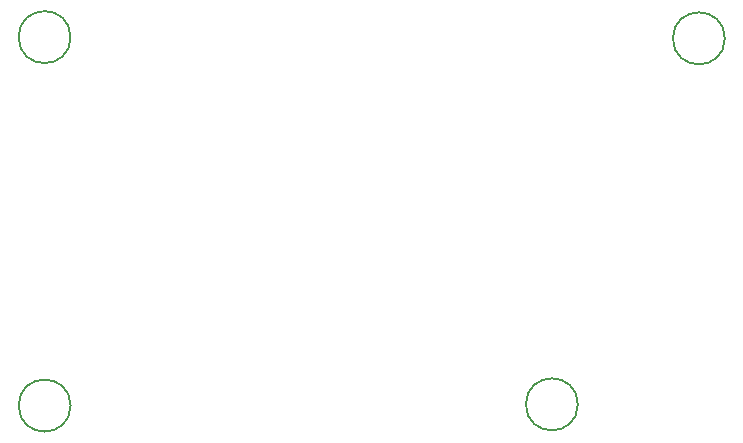
<source format=gbr>
%TF.GenerationSoftware,KiCad,Pcbnew,8.99.0-unknown-8e286d44fc~178~ubuntu22.04.1*%
%TF.CreationDate,2024-05-23T21:37:30+05:30*%
%TF.ProjectId,BoB,426f422e-6b69-4636-9164-5f7063625858,rev?*%
%TF.SameCoordinates,Original*%
%TF.FileFunction,Other,Comment*%
%FSLAX46Y46*%
G04 Gerber Fmt 4.6, Leading zero omitted, Abs format (unit mm)*
G04 Created by KiCad (PCBNEW 8.99.0-unknown-8e286d44fc~178~ubuntu22.04.1) date 2024-05-23 21:37:30*
%MOMM*%
%LPD*%
G01*
G04 APERTURE LIST*
%ADD10C,0.150000*%
G04 APERTURE END LIST*
D10*
%TO.C,H2*%
X92800000Y-76984000D02*
G75*
G02*
X88400000Y-76984000I-2200000J0D01*
G01*
X88400000Y-76984000D02*
G75*
G02*
X92800000Y-76984000I2200000J0D01*
G01*
%TO.C,H4*%
X49849274Y-77087274D02*
G75*
G02*
X45449274Y-77087274I-2200000J0D01*
G01*
X45449274Y-77087274D02*
G75*
G02*
X49849274Y-77087274I2200000J0D01*
G01*
%TO.C,H1*%
X49849274Y-45892726D02*
G75*
G02*
X45449274Y-45892726I-2200000J0D01*
G01*
X45449274Y-45892726D02*
G75*
G02*
X49849274Y-45892726I2200000J0D01*
G01*
%TO.C,H3*%
X105246000Y-45996000D02*
G75*
G02*
X100846000Y-45996000I-2200000J0D01*
G01*
X100846000Y-45996000D02*
G75*
G02*
X105246000Y-45996000I2200000J0D01*
G01*
%TD*%
M02*

</source>
